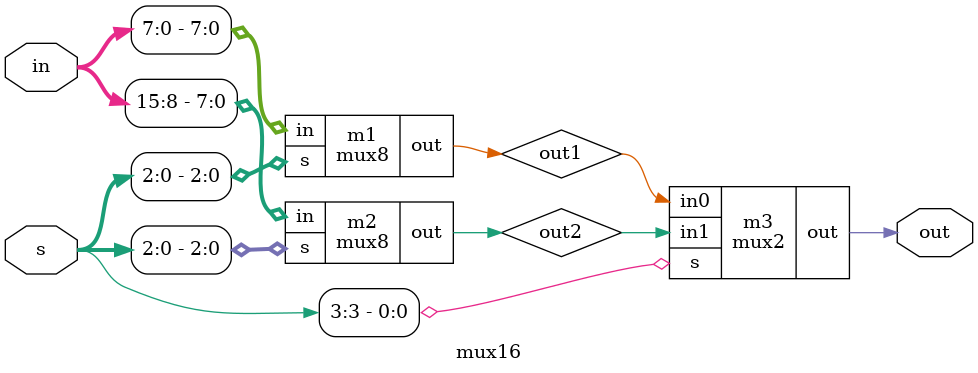
<source format=v>
`timescale 1ns / 1ps


module mux8(
input [7:0] in,
input [2:0] s,
output out );

assign out = in[s];
endmodule

module mux2(
input in0,
input in1,
  input s,
output out
);

  assign out = s ? in0 : in1;
endmodule



module mux16(
input [15:0]in,
input [3:0] s,
output out 

    );
 wire out1,out2;
    
//Instantiation 

//Explicit declaration - Mapping by name

mux8 m1(
    .in(in[7:0]),
    .s(s[2:0]),
    .out(out1)
    
     );
     
 mux8 m2(
    .in(in[15:8]),
    .s(s[2:0]),
    .out(out2)
    
     );
     
  mux2 m3(
    .in0(out1),
    .in1(out2),
    .s(s[3]),
    .out(out));
endmodule

</source>
